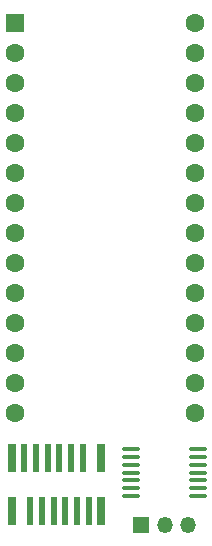
<source format=gbr>
%TF.GenerationSoftware,KiCad,Pcbnew,(6.0.2-0)*%
%TF.CreationDate,2022-03-30T15:17:53-04:00*%
%TF.ProjectId,dream_controller,64726561-6d5f-4636-9f6e-74726f6c6c65,rev?*%
%TF.SameCoordinates,Original*%
%TF.FileFunction,Soldermask,Top*%
%TF.FilePolarity,Negative*%
%FSLAX46Y46*%
G04 Gerber Fmt 4.6, Leading zero omitted, Abs format (unit mm)*
G04 Created by KiCad (PCBNEW (6.0.2-0)) date 2022-03-30 15:17:53*
%MOMM*%
%LPD*%
G01*
G04 APERTURE LIST*
G04 Aperture macros list*
%AMRoundRect*
0 Rectangle with rounded corners*
0 $1 Rounding radius*
0 $2 $3 $4 $5 $6 $7 $8 $9 X,Y pos of 4 corners*
0 Add a 4 corners polygon primitive as box body*
4,1,4,$2,$3,$4,$5,$6,$7,$8,$9,$2,$3,0*
0 Add four circle primitives for the rounded corners*
1,1,$1+$1,$2,$3*
1,1,$1+$1,$4,$5*
1,1,$1+$1,$6,$7*
1,1,$1+$1,$8,$9*
0 Add four rect primitives between the rounded corners*
20,1,$1+$1,$2,$3,$4,$5,0*
20,1,$1+$1,$4,$5,$6,$7,0*
20,1,$1+$1,$6,$7,$8,$9,0*
20,1,$1+$1,$8,$9,$2,$3,0*%
G04 Aperture macros list end*
%ADD10R,1.600000X1.600000*%
%ADD11C,1.600000*%
%ADD12R,0.700000X2.400000*%
%ADD13R,0.500000X2.400000*%
%ADD14R,1.350000X1.350000*%
%ADD15O,1.350000X1.350000*%
%ADD16RoundRect,0.100000X0.637500X0.100000X-0.637500X0.100000X-0.637500X-0.100000X0.637500X-0.100000X0*%
G04 APERTURE END LIST*
D10*
%TO.C,U1*%
X127000000Y-86360000D03*
D11*
X127000000Y-88900000D03*
X127000000Y-91440000D03*
X127000000Y-93980000D03*
X127000000Y-96520000D03*
X127000000Y-99060000D03*
X127000000Y-101600000D03*
X127000000Y-104140000D03*
X127000000Y-106680000D03*
X127000000Y-109220000D03*
X127000000Y-111760000D03*
X127000000Y-114300000D03*
X127000000Y-116840000D03*
X127000000Y-119380000D03*
X142240000Y-119380000D03*
X142240000Y-116840000D03*
X142240000Y-114300000D03*
X142240000Y-111760000D03*
X142240000Y-109220000D03*
X142240000Y-106680000D03*
X142240000Y-104140000D03*
X142240000Y-101600000D03*
X142240000Y-99060000D03*
X142240000Y-96520000D03*
X142240000Y-93980000D03*
X142240000Y-91440000D03*
X142240000Y-88900000D03*
X142240000Y-86360000D03*
%TD*%
D12*
%TO.C,J1*%
X134281000Y-123226000D03*
X134306000Y-127726000D03*
X126806000Y-123226000D03*
X126806000Y-127726000D03*
D13*
X133306000Y-127726000D03*
X132806000Y-123226000D03*
X132306000Y-127726000D03*
X131806000Y-123226000D03*
X131306000Y-127726000D03*
X130806000Y-123226000D03*
X130306000Y-127726000D03*
X129806000Y-123226000D03*
X129306000Y-127726000D03*
X128831000Y-123226000D03*
X128331000Y-127726000D03*
X127806000Y-123226000D03*
%TD*%
D14*
%TO.C,J2*%
X137700000Y-128905000D03*
D15*
X139700000Y-128905000D03*
X141700000Y-128905000D03*
%TD*%
D16*
%TO.C,U2*%
X142562500Y-126410000D03*
X142562500Y-125760000D03*
X142562500Y-125110000D03*
X142562500Y-124460000D03*
X142562500Y-123810000D03*
X142562500Y-123160000D03*
X142562500Y-122510000D03*
X136837500Y-122510000D03*
X136837500Y-123160000D03*
X136837500Y-123810000D03*
X136837500Y-124460000D03*
X136837500Y-125110000D03*
X136837500Y-125760000D03*
X136837500Y-126410000D03*
%TD*%
M02*

</source>
